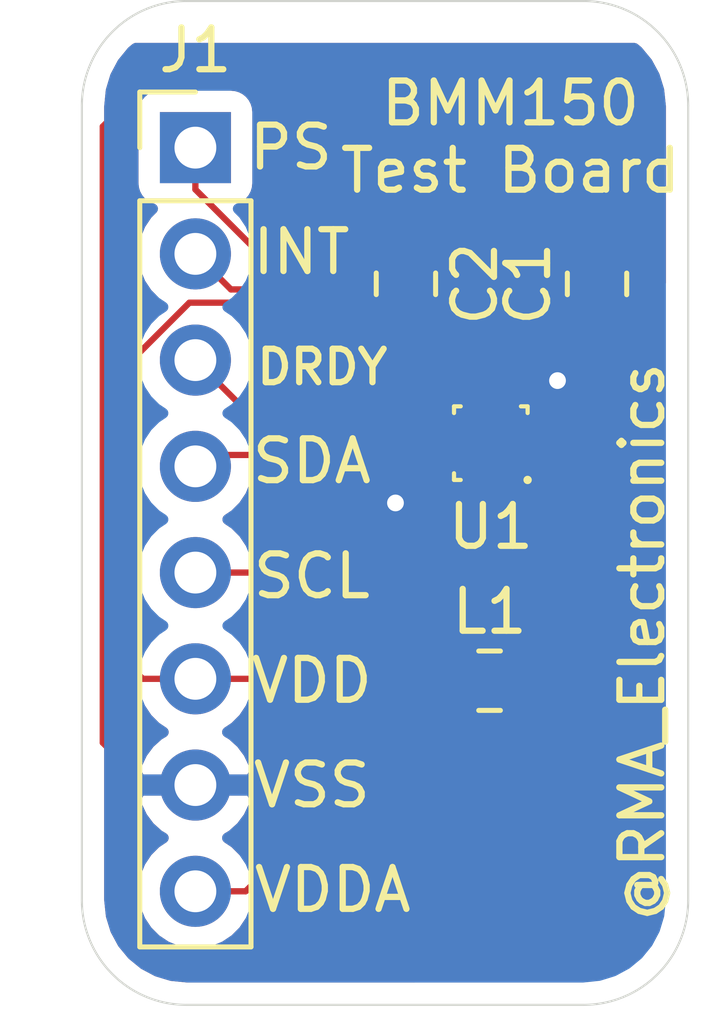
<source format=kicad_pcb>
(kicad_pcb (version 20171130) (host pcbnew 5.1.5)

  (general
    (thickness 1.6)
    (drawings 18)
    (tracks 63)
    (zones 0)
    (modules 6)
    (nets 9)
  )

  (page A4)
  (layers
    (0 F.Cu signal)
    (31 B.Cu signal)
    (32 B.Adhes user)
    (33 F.Adhes user)
    (34 B.Paste user)
    (35 F.Paste user)
    (36 B.SilkS user)
    (37 F.SilkS user)
    (38 B.Mask user)
    (39 F.Mask user)
    (40 Dwgs.User user)
    (41 Cmts.User user)
    (42 Eco1.User user)
    (43 Eco2.User user)
    (44 Edge.Cuts user)
    (45 Margin user)
    (46 B.CrtYd user)
    (47 F.CrtYd user)
    (48 B.Fab user)
    (49 F.Fab user)
  )

  (setup
    (last_trace_width 0.15)
    (trace_clearance 0.1)
    (zone_clearance 0.508)
    (zone_45_only no)
    (trace_min 0.1)
    (via_size 0.8)
    (via_drill 0.4)
    (via_min_size 0.4)
    (via_min_drill 0.3)
    (uvia_size 0.3)
    (uvia_drill 0.1)
    (uvias_allowed no)
    (uvia_min_size 0.2)
    (uvia_min_drill 0.1)
    (edge_width 0.05)
    (segment_width 0.2)
    (pcb_text_width 0.3)
    (pcb_text_size 1.5 1.5)
    (mod_edge_width 0.12)
    (mod_text_size 1 1)
    (mod_text_width 0.15)
    (pad_size 1.524 1.524)
    (pad_drill 0.762)
    (pad_to_mask_clearance 0.051)
    (solder_mask_min_width 0.25)
    (aux_axis_origin 0 0)
    (visible_elements FFFFFF7F)
    (pcbplotparams
      (layerselection 0x010fc_ffffffff)
      (usegerberextensions false)
      (usegerberattributes false)
      (usegerberadvancedattributes false)
      (creategerberjobfile false)
      (excludeedgelayer true)
      (linewidth 0.100000)
      (plotframeref false)
      (viasonmask false)
      (mode 1)
      (useauxorigin false)
      (hpglpennumber 1)
      (hpglpenspeed 20)
      (hpglpendiameter 15.000000)
      (psnegative false)
      (psa4output false)
      (plotreference true)
      (plotvalue true)
      (plotinvisibletext false)
      (padsonsilk false)
      (subtractmaskfromsilk false)
      (outputformat 1)
      (mirror false)
      (drillshape 0)
      (scaleselection 1)
      (outputdirectory "Gerbers"))
  )

  (net 0 "")
  (net 1 VSS)
  (net 2 VDDA)
  (net 3 VDD)
  (net 4 PS)
  (net 5 INT)
  (net 6 DRDY)
  (net 7 SDA)
  (net 8 SCL)

  (net_class Default "This is the default net class."
    (clearance 0.1)
    (trace_width 0.15)
    (via_dia 0.8)
    (via_drill 0.4)
    (uvia_dia 0.3)
    (uvia_drill 0.1)
    (add_net DRDY)
    (add_net INT)
    (add_net PS)
    (add_net SCL)
    (add_net SDA)
    (add_net VDD)
    (add_net VDDA)
    (add_net VSS)
  )

  (module NFCBuisness:W (layer F.Cu) (tedit 0) (tstamp 5E215631)
    (at 144.925 128.05)
    (fp_text reference Ref** (at 0 0) (layer F.SilkS) hide
      (effects (font (size 1.27 1.27) (thickness 0.15)))
    )
    (fp_text value Val** (at 0 0) (layer F.SilkS) hide
      (effects (font (size 1.27 1.27) (thickness 0.15)))
    )
    (fp_poly (pts (xy -1.630587 -2.420899) (xy -1.447524 -2.328559) (xy -1.311592 -2.194757) (xy -1.304211 -2.183555)
      (xy -1.265704 -2.11344) (xy -1.244213 -2.038839) (xy -1.23774 -1.938094) (xy -1.244287 -1.789546)
      (xy -1.255088 -1.651) (xy -1.268682 -1.442824) (xy -1.279873 -1.184894) (xy -1.287394 -0.912114)
      (xy -1.289962 -0.690936) (xy -1.289221 -0.458958) (xy -1.284387 -0.294975) (xy -1.273305 -0.182336)
      (xy -1.25382 -0.10439) (xy -1.223775 -0.044488) (xy -1.202268 -0.013603) (xy -1.116398 0.071274)
      (xy -1.002822 0.111004) (xy -0.929984 0.119227) (xy -0.68211 0.100096) (xy -0.454281 0.00289)
      (xy -0.240656 -0.175182) (xy -0.185776 -0.236175) (xy -0.081108 -0.349759) (xy 0.009066 -0.431822)
      (xy 0.066141 -0.465547) (xy 0.068112 -0.465666) (xy 0.123755 -0.432548) (xy 0.197182 -0.348904)
      (xy 0.229505 -0.301607) (xy 0.376869 -0.110873) (xy 0.526913 0.003226) (xy 0.674284 0.03902)
      (xy 0.813631 -0.005163) (xy 0.907971 -0.089777) (xy 0.988653 -0.198585) (xy 1.058934 -0.326542)
      (xy 1.126082 -0.490779) (xy 1.197364 -0.708426) (xy 1.255985 -0.910166) (xy 1.31545 -1.12099)
      (xy 1.377683 -1.340443) (xy 1.431333 -1.528529) (xy 1.442246 -1.566558) (xy 1.521416 -1.84195)
      (xy 1.949565 -2.005418) (xy 2.167567 -2.084028) (xy 2.315998 -2.126297) (xy 2.401001 -2.133773)
      (xy 2.422145 -2.124455) (xy 2.452677 -2.065526) (xy 2.41974 -2.005855) (xy 2.317286 -1.940366)
      (xy 2.13927 -1.863979) (xy 2.089887 -1.8454) (xy 1.930263 -1.78316) (xy 1.799296 -1.726134)
      (xy 1.71927 -1.684217) (xy 1.708527 -1.676067) (xy 1.680315 -1.619963) (xy 1.636526 -1.498254)
      (xy 1.582553 -1.327363) (xy 1.52379 -1.123712) (xy 1.507251 -1.063196) (xy 1.396737 -0.68139)
      (xy 1.290651 -0.376432) (xy 1.184846 -0.140938) (xy 1.075173 0.032475) (xy 0.957485 0.15119)
      (xy 0.827635 0.222591) (xy 0.776069 0.238398) (xy 0.602379 0.241191) (xy 0.418574 0.174646)
      (xy 0.246259 0.047924) (xy 0.192569 -0.009056) (xy 0.041511 -0.185533) (xy -0.128458 -0.008645)
      (xy -0.312966 0.157866) (xy -0.496288 0.260737) (xy -0.709082 0.314778) (xy -0.823587 0.327186)
      (xy -0.981029 0.333485) (xy -1.090094 0.317957) (xy -1.185756 0.27362) (xy -1.227666 0.246552)
      (xy -1.355913 0.118677) (xy -1.447302 -0.068507) (xy -1.502345 -0.318683) (xy -1.521551 -0.635539)
      (xy -1.505431 -1.022758) (xy -1.460818 -1.436924) (xy -1.432055 -1.688127) (xy -1.424811 -1.871541)
      (xy -1.442863 -2.002167) (xy -1.489991 -2.095003) (xy -1.569973 -2.165049) (xy -1.656298 -2.212878)
      (xy -1.801342 -2.257899) (xy -1.939703 -2.239415) (xy -2.087459 -2.15265) (xy -2.203421 -2.05035)
      (xy -2.298884 -1.96489) (xy -2.361491 -1.934189) (xy -2.413708 -1.94891) (xy -2.426473 -1.957639)
      (xy -2.473927 -2.002339) (xy -2.467648 -2.051331) (xy -2.429475 -2.110518) (xy -2.32004 -2.223928)
      (xy -2.167499 -2.330713) (xy -2.002595 -2.413218) (xy -1.856072 -2.453788) (xy -1.829026 -2.455333)
      (xy -1.630587 -2.420899)) (layer F.Cu) (width 0.01))
  )

  (module Capacitor_SMD:C_0805_2012Metric (layer F.Cu) (tedit 5B36C52B) (tstamp 5E215140)
    (at 147.32 111.7625 90)
    (descr "Capacitor SMD 0805 (2012 Metric), square (rectangular) end terminal, IPC_7351 nominal, (Body size source: https://docs.google.com/spreadsheets/d/1BsfQQcO9C6DZCsRaXUlFlo91Tg2WpOkGARC1WS5S8t0/edit?usp=sharing), generated with kicad-footprint-generator")
    (tags capacitor)
    (path /5E2148AC)
    (attr smd)
    (fp_text reference C1 (at 0 -1.65 90) (layer F.SilkS)
      (effects (font (size 1 1) (thickness 0.15)))
    )
    (fp_text value 100nF (at 0 1.65 90) (layer F.Fab)
      (effects (font (size 1 1) (thickness 0.15)))
    )
    (fp_text user %R (at 0 0 90) (layer F.Fab)
      (effects (font (size 0.5 0.5) (thickness 0.08)))
    )
    (fp_line (start 1.68 0.95) (end -1.68 0.95) (layer F.CrtYd) (width 0.05))
    (fp_line (start 1.68 -0.95) (end 1.68 0.95) (layer F.CrtYd) (width 0.05))
    (fp_line (start -1.68 -0.95) (end 1.68 -0.95) (layer F.CrtYd) (width 0.05))
    (fp_line (start -1.68 0.95) (end -1.68 -0.95) (layer F.CrtYd) (width 0.05))
    (fp_line (start -0.258578 0.71) (end 0.258578 0.71) (layer F.SilkS) (width 0.12))
    (fp_line (start -0.258578 -0.71) (end 0.258578 -0.71) (layer F.SilkS) (width 0.12))
    (fp_line (start 1 0.6) (end -1 0.6) (layer F.Fab) (width 0.1))
    (fp_line (start 1 -0.6) (end 1 0.6) (layer F.Fab) (width 0.1))
    (fp_line (start -1 -0.6) (end 1 -0.6) (layer F.Fab) (width 0.1))
    (fp_line (start -1 0.6) (end -1 -0.6) (layer F.Fab) (width 0.1))
    (pad 2 smd roundrect (at 0.9375 0 90) (size 0.975 1.4) (layers F.Cu F.Paste F.Mask) (roundrect_rratio 0.25)
      (net 1 VSS))
    (pad 1 smd roundrect (at -0.9375 0 90) (size 0.975 1.4) (layers F.Cu F.Paste F.Mask) (roundrect_rratio 0.25)
      (net 2 VDDA))
    (model ${KISYS3DMOD}/Capacitor_SMD.3dshapes/C_0805_2012Metric.wrl
      (at (xyz 0 0 0))
      (scale (xyz 1 1 1))
      (rotate (xyz 0 0 0))
    )
  )

  (module Capacitor_SMD:C_0805_2012Metric (layer F.Cu) (tedit 5B36C52B) (tstamp 5E215151)
    (at 142.75 111.76 270)
    (descr "Capacitor SMD 0805 (2012 Metric), square (rectangular) end terminal, IPC_7351 nominal, (Body size source: https://docs.google.com/spreadsheets/d/1BsfQQcO9C6DZCsRaXUlFlo91Tg2WpOkGARC1WS5S8t0/edit?usp=sharing), generated with kicad-footprint-generator")
    (tags capacitor)
    (path /5E212A99)
    (attr smd)
    (fp_text reference C2 (at 0 -1.65 90) (layer F.SilkS)
      (effects (font (size 1 1) (thickness 0.15)))
    )
    (fp_text value 100nF (at 0 1.65 90) (layer F.Fab)
      (effects (font (size 1 1) (thickness 0.15)))
    )
    (fp_line (start -1 0.6) (end -1 -0.6) (layer F.Fab) (width 0.1))
    (fp_line (start -1 -0.6) (end 1 -0.6) (layer F.Fab) (width 0.1))
    (fp_line (start 1 -0.6) (end 1 0.6) (layer F.Fab) (width 0.1))
    (fp_line (start 1 0.6) (end -1 0.6) (layer F.Fab) (width 0.1))
    (fp_line (start -0.258578 -0.71) (end 0.258578 -0.71) (layer F.SilkS) (width 0.12))
    (fp_line (start -0.258578 0.71) (end 0.258578 0.71) (layer F.SilkS) (width 0.12))
    (fp_line (start -1.68 0.95) (end -1.68 -0.95) (layer F.CrtYd) (width 0.05))
    (fp_line (start -1.68 -0.95) (end 1.68 -0.95) (layer F.CrtYd) (width 0.05))
    (fp_line (start 1.68 -0.95) (end 1.68 0.95) (layer F.CrtYd) (width 0.05))
    (fp_line (start 1.68 0.95) (end -1.68 0.95) (layer F.CrtYd) (width 0.05))
    (fp_text user %R (at 0 0 90) (layer F.Fab)
      (effects (font (size 0.5 0.5) (thickness 0.08)))
    )
    (pad 1 smd roundrect (at -0.9375 0 270) (size 0.975 1.4) (layers F.Cu F.Paste F.Mask) (roundrect_rratio 0.25)
      (net 1 VSS))
    (pad 2 smd roundrect (at 0.9375 0 270) (size 0.975 1.4) (layers F.Cu F.Paste F.Mask) (roundrect_rratio 0.25)
      (net 3 VDD))
    (model ${KISYS3DMOD}/Capacitor_SMD.3dshapes/C_0805_2012Metric.wrl
      (at (xyz 0 0 0))
      (scale (xyz 1 1 1))
      (rotate (xyz 0 0 0))
    )
  )

  (module Connector_PinHeader_2.54mm:PinHeader_1x08_P2.54mm_Vertical (layer F.Cu) (tedit 59FED5CC) (tstamp 5E21516D)
    (at 137.715001 108.505001)
    (descr "Through hole straight pin header, 1x08, 2.54mm pitch, single row")
    (tags "Through hole pin header THT 1x08 2.54mm single row")
    (path /5E2205B0)
    (fp_text reference J1 (at 0 -2.33) (layer F.SilkS)
      (effects (font (size 1 1) (thickness 0.15)))
    )
    (fp_text value Conn_01x08 (at 0 20.11) (layer F.Fab)
      (effects (font (size 1 1) (thickness 0.15)))
    )
    (fp_line (start -0.635 -1.27) (end 1.27 -1.27) (layer F.Fab) (width 0.1))
    (fp_line (start 1.27 -1.27) (end 1.27 19.05) (layer F.Fab) (width 0.1))
    (fp_line (start 1.27 19.05) (end -1.27 19.05) (layer F.Fab) (width 0.1))
    (fp_line (start -1.27 19.05) (end -1.27 -0.635) (layer F.Fab) (width 0.1))
    (fp_line (start -1.27 -0.635) (end -0.635 -1.27) (layer F.Fab) (width 0.1))
    (fp_line (start -1.33 19.11) (end 1.33 19.11) (layer F.SilkS) (width 0.12))
    (fp_line (start -1.33 1.27) (end -1.33 19.11) (layer F.SilkS) (width 0.12))
    (fp_line (start 1.33 1.27) (end 1.33 19.11) (layer F.SilkS) (width 0.12))
    (fp_line (start -1.33 1.27) (end 1.33 1.27) (layer F.SilkS) (width 0.12))
    (fp_line (start -1.33 0) (end -1.33 -1.33) (layer F.SilkS) (width 0.12))
    (fp_line (start -1.33 -1.33) (end 0 -1.33) (layer F.SilkS) (width 0.12))
    (fp_line (start -1.8 -1.8) (end -1.8 19.55) (layer F.CrtYd) (width 0.05))
    (fp_line (start -1.8 19.55) (end 1.8 19.55) (layer F.CrtYd) (width 0.05))
    (fp_line (start 1.8 19.55) (end 1.8 -1.8) (layer F.CrtYd) (width 0.05))
    (fp_line (start 1.8 -1.8) (end -1.8 -1.8) (layer F.CrtYd) (width 0.05))
    (fp_text user %R (at 0 8.89 90) (layer F.Fab)
      (effects (font (size 1 1) (thickness 0.15)))
    )
    (pad 1 thru_hole rect (at 0 0) (size 1.7 1.7) (drill 1) (layers *.Cu *.Mask)
      (net 4 PS))
    (pad 2 thru_hole oval (at 0 2.54) (size 1.7 1.7) (drill 1) (layers *.Cu *.Mask)
      (net 5 INT))
    (pad 3 thru_hole oval (at 0 5.08) (size 1.7 1.7) (drill 1) (layers *.Cu *.Mask)
      (net 6 DRDY))
    (pad 4 thru_hole oval (at 0 7.62) (size 1.7 1.7) (drill 1) (layers *.Cu *.Mask)
      (net 7 SDA))
    (pad 5 thru_hole oval (at 0 10.16) (size 1.7 1.7) (drill 1) (layers *.Cu *.Mask)
      (net 8 SCL))
    (pad 6 thru_hole oval (at 0 12.7) (size 1.7 1.7) (drill 1) (layers *.Cu *.Mask)
      (net 3 VDD))
    (pad 7 thru_hole oval (at 0 15.24) (size 1.7 1.7) (drill 1) (layers *.Cu *.Mask)
      (net 1 VSS))
    (pad 8 thru_hole oval (at 0 17.78) (size 1.7 1.7) (drill 1) (layers *.Cu *.Mask)
      (net 2 VDDA))
    (model ${KISYS3DMOD}/Connector_PinHeader_2.54mm.3dshapes/PinHeader_1x08_P2.54mm_Vertical.wrl
      (at (xyz 0 0 0))
      (scale (xyz 1 1 1))
      (rotate (xyz 0 0 0))
    )
  )

  (module Package_CSP:WLCSP-12_1.56x1.56mm_P0.4mm (layer F.Cu) (tedit 5A02EFF5) (tstamp 5E21518E)
    (at 144.78 115.57 180)
    (descr "WLCSP 12 1.56x1.56 https://ae-bst.resource.bosch.com/media/_tech/media/datasheets/BST-BMM150-DS001-01.pdf")
    (tags "BMM150 WLCSP")
    (path /5E210866)
    (attr smd)
    (fp_text reference U1 (at 0 -2) (layer F.SilkS)
      (effects (font (size 1 1) (thickness 0.15)))
    )
    (fp_text value BMM150 (at 0 2) (layer F.Fab)
      (effects (font (size 1 1) (thickness 0.15)))
    )
    (fp_line (start -1.03 -1.03) (end 1.03 -1.03) (layer F.CrtYd) (width 0.05))
    (fp_line (start -1.03 1.03) (end 1.03 1.03) (layer F.CrtYd) (width 0.05))
    (fp_line (start -1.03 -1.03) (end -1.03 1.03) (layer F.CrtYd) (width 0.05))
    (fp_text user %R (at 0 0) (layer F.Fab)
      (effects (font (size 0.3 0.3) (thickness 0.045)))
    )
    (fp_circle (center -0.88 -0.88) (end -0.83 -0.88) (layer F.SilkS) (width 0.1))
    (fp_line (start -0.88 0.88) (end -0.88 0.72) (layer F.SilkS) (width 0.1))
    (fp_line (start -0.78 -0.39) (end -0.39 -0.78) (layer F.Fab) (width 0.1))
    (fp_line (start -0.39 -0.78) (end 0.78 -0.78) (layer F.Fab) (width 0.1))
    (fp_line (start 0.78 0.78) (end -0.78 0.78) (layer F.Fab) (width 0.1))
    (fp_line (start 0.78 0.78) (end 0.78 -0.78) (layer F.Fab) (width 0.1))
    (fp_line (start -0.78 0.78) (end -0.78 -0.39) (layer F.Fab) (width 0.1))
    (fp_line (start -0.88 0.88) (end -0.72 0.88) (layer F.SilkS) (width 0.1))
    (fp_line (start 0.88 0.88) (end 0.88 0.72) (layer F.SilkS) (width 0.1))
    (fp_line (start 0.88 0.88) (end 0.72 0.88) (layer F.SilkS) (width 0.1))
    (fp_line (start 0.88 -0.88) (end 0.88 -0.72) (layer F.SilkS) (width 0.1))
    (fp_line (start 0.88 -0.88) (end 0.72 -0.88) (layer F.SilkS) (width 0.1))
    (fp_line (start 1.03 -1.03) (end 1.03 1.03) (layer F.CrtYd) (width 0.05))
    (pad A1 smd circle (at -0.566 -0.566 180) (size 0.2 0.2) (layers F.Cu F.Paste F.Mask)
      (net 4 PS))
    (pad C1 smd circle (at -0.566 0 180) (size 0.2 0.2) (layers F.Cu F.Paste F.Mask)
      (net 1 VSS))
    (pad E1 smd circle (at -0.566 0.566 180) (size 0.2 0.2) (layers F.Cu F.Paste F.Mask)
      (net 1 VSS))
    (pad B2 smd circle (at -0.283 -0.283 180) (size 0.2 0.2) (layers F.Cu F.Paste F.Mask)
      (net 2 VDDA))
    (pad D2 smd circle (at -0.283 0.283 180) (size 0.2 0.2) (layers F.Cu F.Paste F.Mask)
      (net 5 INT))
    (pad A3 smd circle (at 0 -0.566 180) (size 0.2 0.2) (layers F.Cu F.Paste F.Mask)
      (net 8 SCL))
    (pad E3 smd circle (at 0 0.566 180) (size 0.2 0.2) (layers F.Cu F.Paste F.Mask)
      (net 1 VSS))
    (pad B4 smd circle (at 0.283 -0.283 180) (size 0.2 0.2) (layers F.Cu F.Paste F.Mask)
      (net 7 SDA))
    (pad D4 smd circle (at 0.283 0.283 180) (size 0.2 0.2) (layers F.Cu F.Paste F.Mask)
      (net 6 DRDY))
    (pad A5 smd circle (at 0.566 -0.566 180) (size 0.2 0.2) (layers F.Cu F.Paste F.Mask)
      (net 1 VSS))
    (pad C5 smd circle (at 0.566 0 180) (size 0.2 0.2) (layers F.Cu F.Paste F.Mask)
      (net 1 VSS))
    (pad E5 smd circle (at 0.566 0.566 180) (size 0.2 0.2) (layers F.Cu F.Paste F.Mask)
      (net 3 VDD))
    (model ${KISYS3DMOD}/Package_CSP.3dshapes/WLCSP-12_1.56x1.56mm_P0.4mm.wrl
      (at (xyz 0 0 0))
      (scale (xyz 1 1 1))
      (rotate (xyz 0 0 0))
    )
  )

  (module Inductor_SMD:L_0805_2012Metric (layer F.Cu) (tedit 5B36C52B) (tstamp 5E2154F8)
    (at 144.75 121.25)
    (descr "Inductor SMD 0805 (2012 Metric), square (rectangular) end terminal, IPC_7351 nominal, (Body size source: https://docs.google.com/spreadsheets/d/1BsfQQcO9C6DZCsRaXUlFlo91Tg2WpOkGARC1WS5S8t0/edit?usp=sharing), generated with kicad-footprint-generator")
    (tags inductor)
    (path /5E223EE5)
    (attr smd)
    (fp_text reference L1 (at 0 -1.65) (layer F.SilkS)
      (effects (font (size 1 1) (thickness 0.15)))
    )
    (fp_text value L_Small (at 0 1.65) (layer F.Fab)
      (effects (font (size 1 1) (thickness 0.15)))
    )
    (fp_line (start -1 0.6) (end -1 -0.6) (layer F.Fab) (width 0.1))
    (fp_line (start -1 -0.6) (end 1 -0.6) (layer F.Fab) (width 0.1))
    (fp_line (start 1 -0.6) (end 1 0.6) (layer F.Fab) (width 0.1))
    (fp_line (start 1 0.6) (end -1 0.6) (layer F.Fab) (width 0.1))
    (fp_line (start -0.258578 -0.71) (end 0.258578 -0.71) (layer F.SilkS) (width 0.12))
    (fp_line (start -0.258578 0.71) (end 0.258578 0.71) (layer F.SilkS) (width 0.12))
    (fp_line (start -1.68 0.95) (end -1.68 -0.95) (layer F.CrtYd) (width 0.05))
    (fp_line (start -1.68 -0.95) (end 1.68 -0.95) (layer F.CrtYd) (width 0.05))
    (fp_line (start 1.68 -0.95) (end 1.68 0.95) (layer F.CrtYd) (width 0.05))
    (fp_line (start 1.68 0.95) (end -1.68 0.95) (layer F.CrtYd) (width 0.05))
    (fp_text user %R (at 0 0) (layer F.Fab)
      (effects (font (size 0.5 0.5) (thickness 0.08)))
    )
    (pad 1 smd roundrect (at -0.9375 0) (size 0.975 1.4) (layers F.Cu F.Paste F.Mask) (roundrect_rratio 0.25)
      (net 3 VDD))
    (pad 2 smd roundrect (at 0.9375 0) (size 0.975 1.4) (layers F.Cu F.Paste F.Mask) (roundrect_rratio 0.25)
      (net 2 VDDA))
    (model ${KISYS3DMOD}/Inductor_SMD.3dshapes/L_0805_2012Metric.wrl
      (at (xyz 0 0 0))
      (scale (xyz 1 1 1))
      (rotate (xyz 0 0 0))
    )
  )

  (gr_arc (start 147 126.5) (end 147 129) (angle -90) (layer Edge.Cuts) (width 0.05) (tstamp 5E215572))
  (gr_arc (start 137.5 126.5) (end 135 126.5) (angle -90) (layer Edge.Cuts) (width 0.05) (tstamp 5E21556F))
  (gr_arc (start 137.5 107.5) (end 137.5 105) (angle -90) (layer Edge.Cuts) (width 0.05) (tstamp 5E215568))
  (gr_arc (start 147 107.5) (end 149.5 107.5) (angle -90) (layer Edge.Cuts) (width 0.05))
  (gr_line (start 147 105) (end 137.5 105) (layer Edge.Cuts) (width 0.05) (tstamp 5E215562))
  (gr_line (start 149.5 126.5) (end 149.5 107.5) (layer Edge.Cuts) (width 0.05))
  (gr_line (start 137.5 129) (end 147 129) (layer Edge.Cuts) (width 0.05))
  (gr_line (start 135 107.5) (end 135 126.5) (layer Edge.Cuts) (width 0.05))
  (gr_text "BMM150\nTest Board\n" (at 145.25 108.25) (layer F.SilkS)
    (effects (font (size 1 1) (thickness 0.15)))
  )
  (gr_text "@RMA_Electronics\n" (at 148.4 120.325 90) (layer F.SilkS)
    (effects (font (size 1 1) (thickness 0.15)))
  )
  (gr_text "VDDA\n" (at 141 126.25) (layer F.SilkS)
    (effects (font (size 1 1) (thickness 0.15)))
  )
  (gr_text VSS (at 140.5 123.75) (layer F.SilkS)
    (effects (font (size 1 1) (thickness 0.15)))
  )
  (gr_text "VDD\n" (at 140.5 121.25) (layer F.SilkS)
    (effects (font (size 1 1) (thickness 0.15)))
  )
  (gr_text "SCL\n" (at 140.5 118.75) (layer F.SilkS)
    (effects (font (size 1 1) (thickness 0.15)))
  )
  (gr_text SDA (at 140.5 116) (layer F.SilkS)
    (effects (font (size 1 1) (thickness 0.15)))
  )
  (gr_text "DRDY\n" (at 140.75 113.75) (layer F.SilkS)
    (effects (font (size 0.8 0.8) (thickness 0.15)))
  )
  (gr_text INT (at 140.25 111) (layer F.SilkS)
    (effects (font (size 1 1) (thickness 0.15)))
  )
  (gr_text PS (at 140 108.5) (layer F.SilkS)
    (effects (font (size 1 1) (thickness 0.15)))
  )

  (segment (start 138.9275 107) (end 142.75 110.8225) (width 0.15) (layer F.Cu) (net 1))
  (segment (start 136.51292 123.745001) (end 135.5 122.732081) (width 0.15) (layer F.Cu) (net 1))
  (segment (start 137.715001 123.745001) (end 136.51292 123.745001) (width 0.15) (layer F.Cu) (net 1))
  (segment (start 135.5 108) (end 136.5 107) (width 0.15) (layer F.Cu) (net 1))
  (segment (start 135.5 122.732081) (end 135.5 108) (width 0.15) (layer F.Cu) (net 1))
  (segment (start 136.5 107) (end 138.9275 107) (width 0.15) (layer F.Cu) (net 1))
  (segment (start 145.204579 115.57) (end 145.346 115.57) (width 0.15) (layer F.Cu) (net 1))
  (segment (start 144.938998 115.57) (end 145.204579 115.57) (width 0.15) (layer F.Cu) (net 1))
  (segment (start 144.78 115.411002) (end 144.938998 115.57) (width 0.15) (layer F.Cu) (net 1))
  (segment (start 144.78 115.004) (end 144.78 115.411002) (width 0.15) (layer F.Cu) (net 1))
  (segment (start 144.214 115.57) (end 144.938998 115.57) (width 0.15) (layer F.Cu) (net 1))
  (via (at 142.5 117) (size 0.8) (drill 0.4) (layers F.Cu B.Cu) (net 1))
  (segment (start 144.214 116.136) (end 143.364 116.136) (width 0.15) (layer F.Cu) (net 1))
  (segment (start 143.364 116.136) (end 142.5 117) (width 0.15) (layer F.Cu) (net 1))
  (segment (start 145.346 115.104) (end 146.375 114.075) (width 0.15) (layer F.Cu) (net 1))
  (via (at 146.375 114.075) (size 0.8) (drill 0.4) (layers F.Cu B.Cu) (net 1))
  (segment (start 146.275 114.075) (end 146.375 114.075) (width 0.15) (layer F.Cu) (net 1))
  (segment (start 145.346 115.004) (end 146.275 114.075) (width 0.15) (layer F.Cu) (net 1))
  (segment (start 145.346 115.57) (end 145.346 115.104) (width 0.15) (layer F.Cu) (net 1))
  (segment (start 147.32 113.2375) (end 147.25 113.3075) (width 0.25) (layer F.Cu) (net 2))
  (segment (start 147.32 112.75) (end 147.32 113.2375) (width 0.25) (layer F.Cu) (net 2))
  (segment (start 147.25 113.3075) (end 147.25 115.25) (width 0.25) (layer F.Cu) (net 2))
  (segment (start 147.25 115.25) (end 146.75 115.75) (width 0.25) (layer F.Cu) (net 2))
  (segment (start 146.647 115.853) (end 146.75 115.75) (width 0.15) (layer F.Cu) (net 2))
  (segment (start 145.063 115.853) (end 146.647 115.853) (width 0.15) (layer F.Cu) (net 2))
  (segment (start 138.917082 126.285001) (end 140.452083 124.75) (width 0.15) (layer F.Cu) (net 2))
  (segment (start 137.715001 126.285001) (end 138.917082 126.285001) (width 0.15) (layer F.Cu) (net 2))
  (segment (start 140.452083 124.75) (end 143.75 124.75) (width 0.15) (layer F.Cu) (net 2))
  (segment (start 145.6875 122.8125) (end 145.6875 121.25) (width 0.15) (layer F.Cu) (net 2))
  (segment (start 143.75 124.75) (end 145.6875 122.8125) (width 0.15) (layer F.Cu) (net 2))
  (segment (start 145.063 119.9255) (end 145.063 115.994421) (width 0.15) (layer F.Cu) (net 2))
  (segment (start 145.6875 120.55) (end 145.063 119.9255) (width 0.15) (layer F.Cu) (net 2))
  (segment (start 145.063 115.994421) (end 145.063 115.853) (width 0.15) (layer F.Cu) (net 2))
  (segment (start 145.6875 121.25) (end 145.6875 120.55) (width 0.15) (layer F.Cu) (net 2))
  (segment (start 144.25 114.904998) (end 144.182499 114.972499) (width 0.25) (layer F.Cu) (net 3))
  (segment (start 144.25 114.685) (end 144.25 114.904998) (width 0.25) (layer F.Cu) (net 3))
  (segment (start 142.75 112.6975) (end 142.75 113.185) (width 0.25) (layer F.Cu) (net 3))
  (segment (start 142.75 113.185) (end 144.25 114.685) (width 0.25) (layer F.Cu) (net 3))
  (segment (start 143.767501 121.205001) (end 143.8125 121.25) (width 0.15) (layer F.Cu) (net 3))
  (segment (start 137.715001 121.205001) (end 143.767501 121.205001) (width 0.15) (layer F.Cu) (net 3))
  (segment (start 137.571027 112.211973) (end 136 113.783) (width 0.15) (layer F.Cu) (net 3))
  (segment (start 142.75 112.6975) (end 142.264473 112.211973) (width 0.15) (layer F.Cu) (net 3))
  (segment (start 142.264473 112.211973) (end 137.571027 112.211973) (width 0.15) (layer F.Cu) (net 3))
  (segment (start 136 113.783) (end 136 120.75) (width 0.15) (layer F.Cu) (net 3))
  (segment (start 136.455001 121.205001) (end 137.715001 121.205001) (width 0.15) (layer F.Cu) (net 3))
  (segment (start 136 120.75) (end 136.455001 121.205001) (width 0.15) (layer F.Cu) (net 3))
  (segment (start 146.788278 116.136) (end 148.375 114.549278) (width 0.15) (layer F.Cu) (net 4))
  (segment (start 148.375 114.549278) (end 148.375 112.275) (width 0.15) (layer F.Cu) (net 4))
  (segment (start 137.715001 109.505001) (end 137.715001 108.505001) (width 0.15) (layer F.Cu) (net 4))
  (segment (start 139.74751 111.53751) (end 137.715001 109.505001) (width 0.15) (layer F.Cu) (net 4))
  (segment (start 148.375 112.275) (end 147.63751 111.53751) (width 0.15) (layer F.Cu) (net 4))
  (segment (start 145.346 116.136) (end 146.788278 116.136) (width 0.15) (layer F.Cu) (net 4))
  (segment (start 147.63751 111.53751) (end 139.74751 111.53751) (width 0.15) (layer F.Cu) (net 4))
  (segment (start 143.239718 111.895) (end 138.565 111.895) (width 0.15) (layer F.Cu) (net 5))
  (segment (start 138.565 111.895) (end 137.715001 111.045001) (width 0.15) (layer F.Cu) (net 5))
  (segment (start 145.063 113.718282) (end 143.239718 111.895) (width 0.15) (layer F.Cu) (net 5))
  (segment (start 145.063 115.287) (end 145.063 113.718282) (width 0.15) (layer F.Cu) (net 5))
  (segment (start 139.417 115.287) (end 137.715001 113.585001) (width 0.15) (layer F.Cu) (net 6))
  (segment (start 144.497 115.287) (end 139.417 115.287) (width 0.15) (layer F.Cu) (net 6))
  (segment (start 137.987002 115.853) (end 137.715001 116.125001) (width 0.15) (layer F.Cu) (net 7))
  (segment (start 144.497 115.853) (end 137.987002 115.853) (width 0.15) (layer F.Cu) (net 7))
  (segment (start 142.250999 118.665001) (end 137.715001 118.665001) (width 0.15) (layer F.Cu) (net 8))
  (segment (start 144.78 116.136) (end 142.250999 118.665001) (width 0.15) (layer F.Cu) (net 8))

  (zone (net 1) (net_name VSS) (layer F.Cu) (tstamp 5E215844) (hatch edge 0.508)
    (connect_pads (clearance 0.508))
    (min_thickness 0.254)
    (fill yes (arc_segments 32) (thermal_gap 0.508) (thermal_bridge_width 0.508))
    (polygon
      (pts
        (xy 149.5 128.5) (xy 135 128.5) (xy 135 106) (xy 149.5 106)
      )
    )
    (filled_polygon
      (pts
        (xy 135.928285 121.682375) (xy 135.950526 121.709476) (xy 136.058638 121.798201) (xy 136.181981 121.864129) (xy 136.315816 121.904728)
        (xy 136.402237 121.913239) (xy 136.561526 122.151633) (xy 136.768369 122.358476) (xy 136.950535 122.480196) (xy 136.833646 122.549823)
        (xy 136.617413 122.744732) (xy 136.44336 122.978081) (xy 136.318176 123.240902) (xy 136.273525 123.388111) (xy 136.394846 123.618001)
        (xy 137.588001 123.618001) (xy 137.588001 123.598001) (xy 137.842001 123.598001) (xy 137.842001 123.618001) (xy 139.035156 123.618001)
        (xy 139.156477 123.388111) (xy 139.111826 123.240902) (xy 138.986642 122.978081) (xy 138.812589 122.744732) (xy 138.596356 122.549823)
        (xy 138.479467 122.480196) (xy 138.661633 122.358476) (xy 138.868476 122.151633) (xy 139.026588 121.915001) (xy 142.71501 121.915001)
        (xy 142.754053 122.043709) (xy 142.835542 122.196164) (xy 142.945208 122.329792) (xy 143.078836 122.439458) (xy 143.231291 122.520947)
        (xy 143.396715 122.571128) (xy 143.56875 122.588072) (xy 144.05625 122.588072) (xy 144.228285 122.571128) (xy 144.393709 122.520947)
        (xy 144.546164 122.439458) (xy 144.679792 122.329792) (xy 144.75 122.244244) (xy 144.820208 122.329792) (xy 144.953836 122.439458)
        (xy 144.9775 122.452107) (xy 144.9775 122.518409) (xy 143.455909 124.04) (xy 140.486957 124.04) (xy 140.452082 124.036565)
        (xy 140.417207 124.04) (xy 140.417206 124.04) (xy 140.312899 124.050273) (xy 140.179063 124.090872) (xy 140.05572 124.1568)
        (xy 139.947608 124.245525) (xy 139.925375 124.272616) (xy 138.864049 125.333942) (xy 138.661633 125.131526) (xy 138.479467 125.009806)
        (xy 138.596356 124.940179) (xy 138.812589 124.74527) (xy 138.986642 124.511921) (xy 139.111826 124.2491) (xy 139.156477 124.101891)
        (xy 139.035156 123.872001) (xy 137.842001 123.872001) (xy 137.842001 123.892001) (xy 137.588001 123.892001) (xy 137.588001 123.872001)
        (xy 136.394846 123.872001) (xy 136.273525 124.101891) (xy 136.318176 124.2491) (xy 136.44336 124.511921) (xy 136.617413 124.74527)
        (xy 136.833646 124.940179) (xy 136.950535 125.009806) (xy 136.768369 125.131526) (xy 136.561526 125.338369) (xy 136.399011 125.58159)
        (xy 136.287069 125.851843) (xy 136.230001 126.138741) (xy 136.230001 126.431261) (xy 136.287069 126.718159) (xy 136.399011 126.988412)
        (xy 136.561526 127.231633) (xy 136.768369 127.438476) (xy 137.01159 127.600991) (xy 137.281843 127.712933) (xy 137.568741 127.770001)
        (xy 137.861261 127.770001) (xy 138.148159 127.712933) (xy 138.418412 127.600991) (xy 138.661633 127.438476) (xy 138.868476 127.231633)
        (xy 139.030991 126.988412) (xy 139.031507 126.987166) (xy 139.056266 126.984728) (xy 139.190102 126.944129) (xy 139.313445 126.878201)
        (xy 139.421557 126.789476) (xy 139.443794 126.76238) (xy 140.746175 125.46) (xy 142.068825 125.46) (xy 142.034978 125.495077)
        (xy 141.999127 125.540345) (xy 141.96258 125.585123) (xy 141.957685 125.592599) (xy 141.919512 125.651786) (xy 141.913579 125.66332)
        (xy 141.905928 125.673811) (xy 141.885044 125.718796) (xy 141.862379 125.762859) (xy 141.858798 125.775329) (xy 141.853332 125.787104)
        (xy 141.841586 125.835276) (xy 141.827907 125.882915) (xy 141.826817 125.895845) (xy 141.823742 125.908454) (xy 141.822544 125.917309)
        (xy 141.816265 125.966302) (xy 141.814869 126.013247) (xy 141.811193 126.060079) (xy 141.813016 126.075572) (xy 141.812553 126.091153)
        (xy 141.820299 126.137456) (xy 141.825791 126.184129) (xy 141.83059 126.198975) (xy 141.833161 126.214347) (xy 141.849759 126.258283)
        (xy 141.864207 126.302981) (xy 141.871791 126.3166) (xy 141.877304 126.331193) (xy 141.90213 126.371083) (xy 141.924976 126.412108)
        (xy 141.935064 126.423998) (xy 141.943304 126.437238) (xy 141.975392 126.471532) (xy 142.005783 126.507353) (xy 142.012245 126.513526)
        (xy 142.059699 126.558226) (xy 142.095578 126.585944) (xy 142.098114 126.588131) (xy 142.109011 126.598856) (xy 142.115527 126.603144)
        (xy 142.129927 126.615558) (xy 142.137269 126.620653) (xy 142.150034 126.629382) (xy 142.15615 126.632739) (xy 142.158544 126.634589)
        (xy 142.169114 126.639856) (xy 142.182458 126.647182) (xy 142.213357 126.667512) (xy 142.237077 126.677165) (xy 142.259526 126.689489)
        (xy 142.294782 126.700649) (xy 142.329049 126.714595) (xy 142.337633 126.717079) (xy 142.389849 126.7318) (xy 142.430883 126.739142)
        (xy 142.471367 126.749144) (xy 142.492242 126.75012) (xy 142.512803 126.753799) (xy 142.554479 126.753031) (xy 142.596137 126.754979)
        (xy 142.616804 126.751882) (xy 142.637688 126.751497) (xy 142.678428 126.742647) (xy 142.719664 126.736468) (xy 142.73933 126.729418)
        (xy 142.759747 126.724983) (xy 142.79799 126.70839) (xy 142.810704 126.703832) (xy 142.78325 126.958699) (xy 142.783091 126.975289)
        (xy 142.780556 126.991696) (xy 142.780123 127.000622) (xy 142.764003 127.387841) (xy 142.765588 127.416045) (xy 142.764143 127.44426)
        (xy 142.764621 127.453183) (xy 142.783828 127.77004) (xy 142.790989 127.814903) (xy 142.795745 127.860098) (xy 142.797605 127.868839)
        (xy 142.852648 128.119015) (xy 142.855447 128.127624) (xy 142.856772 128.136573) (xy 142.874733 128.18695) (xy 142.891264 128.237802)
        (xy 142.895677 128.245696) (xy 142.898718 128.254225) (xy 142.902583 128.262282) (xy 142.940527 128.34) (xy 137.532279 128.34)
        (xy 137.143224 128.301853) (xy 136.800036 128.198238) (xy 136.483511 128.029939) (xy 136.205704 127.803365) (xy 135.977195 127.527146)
        (xy 135.80669 127.211803) (xy 135.700681 126.869344) (xy 135.66 126.482288) (xy 135.66 121.414091)
      )
    )
    (filled_polygon
      (pts
        (xy 141.956908 117.955001) (xy 139.026588 117.955001) (xy 138.868476 117.718369) (xy 138.661633 117.511526) (xy 138.487241 117.395001)
        (xy 138.661633 117.278476) (xy 138.868476 117.071633) (xy 139.030991 116.828412) (xy 139.140928 116.563) (xy 143.348909 116.563)
      )
    )
    (filled_polygon
      (pts
        (xy 145.998872 112.284215) (xy 145.981928 112.45625) (xy 145.981928 112.94375) (xy 145.998872 113.115785) (xy 146.049053 113.281209)
        (xy 146.130542 113.433664) (xy 146.240208 113.567292) (xy 146.373836 113.676958) (xy 146.49 113.739049) (xy 146.490001 114.935198)
        (xy 146.282199 115.143) (xy 146.068772 115.143) (xy 146.083988 115.032996) (xy 146.075464 114.888464) (xy 146.038907 114.748373)
        (xy 145.975723 114.618106) (xy 145.943505 114.569888) (xy 145.773 114.591826) (xy 145.773 114.461771) (xy 145.780112 114.406495)
        (xy 145.773 114.402327) (xy 145.773 113.753156) (xy 145.776435 113.718281) (xy 145.769101 113.643816) (xy 145.762727 113.579098)
        (xy 145.722128 113.445262) (xy 145.6562 113.321919) (xy 145.567475 113.213807) (xy 145.540384 113.191574) (xy 144.596319 112.24751)
        (xy 146.010006 112.24751)
      )
    )
    (filled_polygon
      (pts
        (xy 148.294299 106.196637) (xy 148.522806 106.472856) (xy 148.69331 106.788197) (xy 148.799319 107.130656) (xy 148.840001 107.517722)
        (xy 148.840001 111.735909) (xy 148.621435 111.517343) (xy 148.645812 111.436982) (xy 148.658072 111.3125) (xy 148.655 111.11075)
        (xy 148.49625 110.952) (xy 148.043243 110.952) (xy 148.033873 110.94431) (xy 147.91053 110.878382) (xy 147.776694 110.837783)
        (xy 147.672387 110.82751) (xy 147.672385 110.82751) (xy 147.63751 110.824075) (xy 147.602635 110.82751) (xy 140.041601 110.82751)
        (xy 139.549091 110.335) (xy 141.411928 110.335) (xy 141.415 110.53675) (xy 141.57375 110.6955) (xy 142.623 110.6955)
        (xy 142.623 109.85875) (xy 142.877 109.85875) (xy 142.877 110.6955) (xy 143.92625 110.6955) (xy 144.085 110.53675)
        (xy 144.088033 110.3375) (xy 145.981928 110.3375) (xy 145.985 110.53925) (xy 146.14375 110.698) (xy 147.193 110.698)
        (xy 147.193 109.86125) (xy 147.447 109.86125) (xy 147.447 110.698) (xy 148.49625 110.698) (xy 148.655 110.53925)
        (xy 148.658072 110.3375) (xy 148.645812 110.213018) (xy 148.609502 110.09332) (xy 148.550537 109.983006) (xy 148.471185 109.886315)
        (xy 148.374494 109.806963) (xy 148.26418 109.747998) (xy 148.144482 109.711688) (xy 148.02 109.699428) (xy 147.60575 109.7025)
        (xy 147.447 109.86125) (xy 147.193 109.86125) (xy 147.03425 109.7025) (xy 146.62 109.699428) (xy 146.495518 109.711688)
        (xy 146.37582 109.747998) (xy 146.265506 109.806963) (xy 146.168815 109.886315) (xy 146.089463 109.983006) (xy 146.030498 110.09332)
        (xy 145.994188 110.213018) (xy 145.981928 110.3375) (xy 144.088033 110.3375) (xy 144.088072 110.335) (xy 144.075812 110.210518)
        (xy 144.039502 110.09082) (xy 143.980537 109.980506) (xy 143.901185 109.883815) (xy 143.804494 109.804463) (xy 143.69418 109.745498)
        (xy 143.574482 109.709188) (xy 143.45 109.696928) (xy 143.03575 109.7) (xy 142.877 109.85875) (xy 142.623 109.85875)
        (xy 142.46425 109.7) (xy 142.05 109.696928) (xy 141.925518 109.709188) (xy 141.80582 109.745498) (xy 141.695506 109.804463)
        (xy 141.598815 109.883815) (xy 141.519463 109.980506) (xy 141.460498 110.09082) (xy 141.424188 110.210518) (xy 141.411928 110.335)
        (xy 139.549091 110.335) (xy 139.01803 109.803939) (xy 139.095538 109.709495) (xy 139.154503 109.599181) (xy 139.190813 109.479483)
        (xy 139.203073 109.355001) (xy 139.203073 107.655001) (xy 139.190813 107.530519) (xy 139.154503 107.410821) (xy 139.095538 107.300507)
        (xy 139.016186 107.203816) (xy 138.919495 107.124464) (xy 138.809181 107.065499) (xy 138.689483 107.029189) (xy 138.565001 107.016929)
        (xy 136.865001 107.016929) (xy 136.740519 107.029189) (xy 136.620821 107.065499) (xy 136.510507 107.124464) (xy 136.413816 107.203816)
        (xy 136.334464 107.300507) (xy 136.275499 107.410821) (xy 136.239189 107.530519) (xy 136.226929 107.655001) (xy 136.226929 109.355001)
        (xy 136.239189 109.479483) (xy 136.275499 109.599181) (xy 136.334464 109.709495) (xy 136.413816 109.806186) (xy 136.510507 109.885538)
        (xy 136.620821 109.944503) (xy 136.693381 109.966514) (xy 136.561526 110.098369) (xy 136.399011 110.34159) (xy 136.287069 110.611843)
        (xy 136.230001 110.898741) (xy 136.230001 111.191261) (xy 136.287069 111.478159) (xy 136.399011 111.748412) (xy 136.561526 111.991633)
        (xy 136.674401 112.104508) (xy 135.66 113.118909) (xy 135.66 107.532279) (xy 135.698147 107.143225) (xy 135.801763 106.800033)
        (xy 135.970062 106.483511) (xy 136.196637 106.205701) (xy 136.291771 106.127) (xy 148.208915 106.127)
      )
    )
  )
  (zone (net 1) (net_name VSS) (layer B.Cu) (tstamp 5E215841) (hatch edge 0.508)
    (connect_pads (clearance 0.508))
    (min_thickness 0.254)
    (fill yes (arc_segments 32) (thermal_gap 0.508) (thermal_bridge_width 0.508))
    (polygon
      (pts
        (xy 149.5 128.5) (xy 135 128.5) (xy 135 106) (xy 149.5 106)
      )
    )
    (filled_polygon
      (pts
        (xy 148.294299 106.196637) (xy 148.522806 106.472856) (xy 148.69331 106.788197) (xy 148.799319 107.130656) (xy 148.840001 107.517722)
        (xy 148.84 126.467721) (xy 148.801853 126.856776) (xy 148.698238 127.199964) (xy 148.529939 127.516489) (xy 148.303365 127.794296)
        (xy 148.027146 128.022805) (xy 147.711803 128.19331) (xy 147.369344 128.299319) (xy 146.982288 128.34) (xy 137.532279 128.34)
        (xy 137.143224 128.301853) (xy 136.800036 128.198238) (xy 136.483511 128.029939) (xy 136.205704 127.803365) (xy 135.977195 127.527146)
        (xy 135.80669 127.211803) (xy 135.700681 126.869344) (xy 135.66 126.482288) (xy 135.66 126.138741) (xy 136.230001 126.138741)
        (xy 136.230001 126.431261) (xy 136.287069 126.718159) (xy 136.399011 126.988412) (xy 136.561526 127.231633) (xy 136.768369 127.438476)
        (xy 137.01159 127.600991) (xy 137.281843 127.712933) (xy 137.568741 127.770001) (xy 137.861261 127.770001) (xy 138.148159 127.712933)
        (xy 138.418412 127.600991) (xy 138.661633 127.438476) (xy 138.868476 127.231633) (xy 139.030991 126.988412) (xy 139.142933 126.718159)
        (xy 139.200001 126.431261) (xy 139.200001 126.138741) (xy 139.142933 125.851843) (xy 139.030991 125.58159) (xy 138.868476 125.338369)
        (xy 138.661633 125.131526) (xy 138.479467 125.009806) (xy 138.596356 124.940179) (xy 138.812589 124.74527) (xy 138.986642 124.511921)
        (xy 139.111826 124.2491) (xy 139.156477 124.101891) (xy 139.035156 123.872001) (xy 137.842001 123.872001) (xy 137.842001 123.892001)
        (xy 137.588001 123.892001) (xy 137.588001 123.872001) (xy 136.394846 123.872001) (xy 136.273525 124.101891) (xy 136.318176 124.2491)
        (xy 136.44336 124.511921) (xy 136.617413 124.74527) (xy 136.833646 124.940179) (xy 136.950535 125.009806) (xy 136.768369 125.131526)
        (xy 136.561526 125.338369) (xy 136.399011 125.58159) (xy 136.287069 125.851843) (xy 136.230001 126.138741) (xy 135.66 126.138741)
        (xy 135.66 107.655001) (xy 136.226929 107.655001) (xy 136.226929 109.355001) (xy 136.239189 109.479483) (xy 136.275499 109.599181)
        (xy 136.334464 109.709495) (xy 136.413816 109.806186) (xy 136.510507 109.885538) (xy 136.620821 109.944503) (xy 136.693381 109.966514)
        (xy 136.561526 110.098369) (xy 136.399011 110.34159) (xy 136.287069 110.611843) (xy 136.230001 110.898741) (xy 136.230001 111.191261)
        (xy 136.287069 111.478159) (xy 136.399011 111.748412) (xy 136.561526 111.991633) (xy 136.768369 112.198476) (xy 136.942761 112.315001)
        (xy 136.768369 112.431526) (xy 136.561526 112.638369) (xy 136.399011 112.88159) (xy 136.287069 113.151843) (xy 136.230001 113.438741)
        (xy 136.230001 113.731261) (xy 136.287069 114.018159) (xy 136.399011 114.288412) (xy 136.561526 114.531633) (xy 136.768369 114.738476)
        (xy 136.942761 114.855001) (xy 136.768369 114.971526) (xy 136.561526 115.178369) (xy 136.399011 115.42159) (xy 136.287069 115.691843)
        (xy 136.230001 115.978741) (xy 136.230001 116.271261) (xy 136.287069 116.558159) (xy 136.399011 116.828412) (xy 136.561526 117.071633)
        (xy 136.768369 117.278476) (xy 136.942761 117.395001) (xy 136.768369 117.511526) (xy 136.561526 117.718369) (xy 136.399011 117.96159)
        (xy 136.287069 118.231843) (xy 136.230001 118.518741) (xy 136.230001 118.811261) (xy 136.287069 119.098159) (xy 136.399011 119.368412)
        (xy 136.561526 119.611633) (xy 136.768369 119.818476) (xy 136.942761 119.935001) (xy 136.768369 120.051526) (xy 136.561526 120.258369)
        (xy 136.399011 120.50159) (xy 136.287069 120.771843) (xy 136.230001 121.058741) (xy 136.230001 121.351261) (xy 136.287069 121.638159)
        (xy 136.399011 121.908412) (xy 136.561526 122.151633) (xy 136.768369 122.358476) (xy 136.950535 122.480196) (xy 136.833646 122.549823)
        (xy 136.617413 122.744732) (xy 136.44336 122.978081) (xy 136.318176 123.240902) (xy 136.273525 123.388111) (xy 136.394846 123.618001)
        (xy 137.588001 123.618001) (xy 137.588001 123.598001) (xy 137.842001 123.598001) (xy 137.842001 123.618001) (xy 139.035156 123.618001)
        (xy 139.156477 123.388111) (xy 139.111826 123.240902) (xy 138.986642 122.978081) (xy 138.812589 122.744732) (xy 138.596356 122.549823)
        (xy 138.479467 122.480196) (xy 138.661633 122.358476) (xy 138.868476 122.151633) (xy 139.030991 121.908412) (xy 139.142933 121.638159)
        (xy 139.200001 121.351261) (xy 139.200001 121.058741) (xy 139.142933 120.771843) (xy 139.030991 120.50159) (xy 138.868476 120.258369)
        (xy 138.661633 120.051526) (xy 138.487241 119.935001) (xy 138.661633 119.818476) (xy 138.868476 119.611633) (xy 139.030991 119.368412)
        (xy 139.142933 119.098159) (xy 139.200001 118.811261) (xy 139.200001 118.518741) (xy 139.142933 118.231843) (xy 139.030991 117.96159)
        (xy 138.868476 117.718369) (xy 138.661633 117.511526) (xy 138.487241 117.395001) (xy 138.661633 117.278476) (xy 138.868476 117.071633)
        (xy 139.030991 116.828412) (xy 139.142933 116.558159) (xy 139.200001 116.271261) (xy 139.200001 115.978741) (xy 139.142933 115.691843)
        (xy 139.030991 115.42159) (xy 138.868476 115.178369) (xy 138.661633 114.971526) (xy 138.487241 114.855001) (xy 138.661633 114.738476)
        (xy 138.868476 114.531633) (xy 139.030991 114.288412) (xy 139.142933 114.018159) (xy 139.200001 113.731261) (xy 139.200001 113.438741)
        (xy 139.142933 113.151843) (xy 139.030991 112.88159) (xy 138.868476 112.638369) (xy 138.661633 112.431526) (xy 138.487241 112.315001)
        (xy 138.661633 112.198476) (xy 138.868476 111.991633) (xy 139.030991 111.748412) (xy 139.142933 111.478159) (xy 139.200001 111.191261)
        (xy 139.200001 110.898741) (xy 139.142933 110.611843) (xy 139.030991 110.34159) (xy 138.868476 110.098369) (xy 138.736621 109.966514)
        (xy 138.809181 109.944503) (xy 138.919495 109.885538) (xy 139.016186 109.806186) (xy 139.095538 109.709495) (xy 139.154503 109.599181)
        (xy 139.190813 109.479483) (xy 139.203073 109.355001) (xy 139.203073 107.655001) (xy 139.190813 107.530519) (xy 139.154503 107.410821)
        (xy 139.095538 107.300507) (xy 139.016186 107.203816) (xy 138.919495 107.124464) (xy 138.809181 107.065499) (xy 138.689483 107.029189)
        (xy 138.565001 107.016929) (xy 136.865001 107.016929) (xy 136.740519 107.029189) (xy 136.620821 107.065499) (xy 136.510507 107.124464)
        (xy 136.413816 107.203816) (xy 136.334464 107.300507) (xy 136.275499 107.410821) (xy 136.239189 107.530519) (xy 136.226929 107.655001)
        (xy 135.66 107.655001) (xy 135.66 107.532279) (xy 135.698147 107.143225) (xy 135.801763 106.800033) (xy 135.970062 106.483511)
        (xy 136.196637 106.205701) (xy 136.291771 106.127) (xy 148.208915 106.127)
      )
    )
  )
)

</source>
